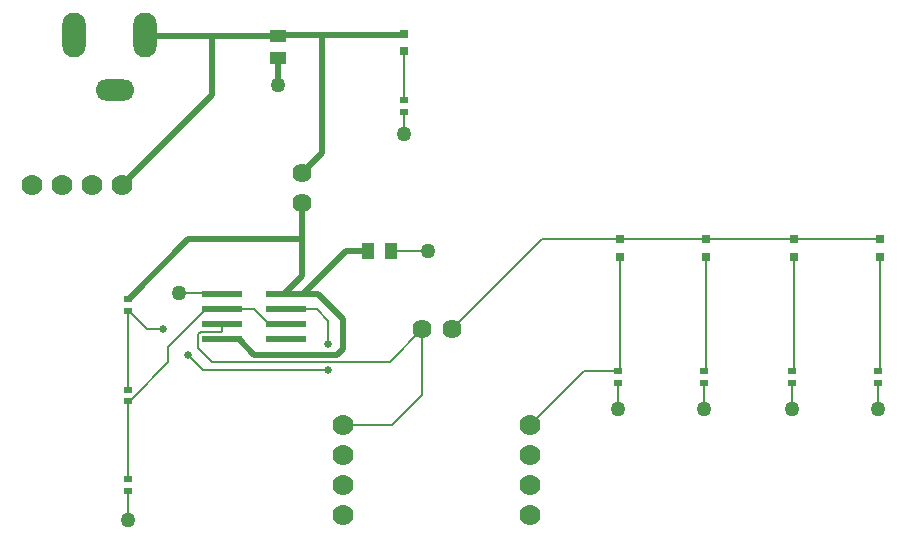
<source format=gtl>
G04*
G04 #@! TF.GenerationSoftware,Altium Limited,Altium Designer,21.6.4 (81)*
G04*
G04 Layer_Physical_Order=1*
G04 Layer_Color=255*
%FSLAX25Y25*%
%MOIN*%
G70*
G04*
G04 #@! TF.SameCoordinates,4A56815A-3FA2-45B3-BCD2-B1825AC70E21*
G04*
G04*
G04 #@! TF.FilePolarity,Positive*
G04*
G01*
G75*
%ADD12C,0.02000*%
%ADD14C,0.00600*%
%ADD19R,0.02756X0.02362*%
%ADD20R,0.13386X0.02362*%
%ADD21R,0.03150X0.03150*%
%ADD22R,0.03937X0.05709*%
%ADD23R,0.05709X0.03937*%
%ADD33C,0.06378*%
%ADD34O,0.12992X0.07087*%
%ADD35O,0.07874X0.14961*%
%ADD36C,0.07000*%
%ADD37C,0.05000*%
%ADD38C,0.02500*%
D12*
X90882Y69595D02*
X95976Y64500D01*
X123500D01*
X85370Y69595D02*
X90882D01*
X106224Y85000D02*
X112000Y90776D01*
X145512Y170965D02*
X146000Y171453D01*
X118524Y170965D02*
X145512D01*
X112142Y84595D02*
X117405D01*
X106630D02*
X112142D01*
X123500Y64500D02*
X125500Y66500D01*
Y76500D01*
X117405Y84595D02*
X125500Y76500D01*
X126642Y99094D02*
X134060D01*
X106224Y85000D02*
X106630Y84595D01*
X112142D02*
X126642Y99094D01*
X112000Y90776D02*
Y102935D01*
Y115094D01*
X104130Y170965D02*
X118524D01*
X81941Y151035D02*
Y170835D01*
X104000D01*
X112000Y125094D02*
X118524Y131618D01*
Y170965D01*
X52000Y121095D02*
X81941Y151035D01*
X74100Y102935D02*
X112000D01*
X54000Y83031D02*
X54197D01*
X74100Y102935D01*
X59882Y170835D02*
X81941D01*
X104000D02*
X104130Y170965D01*
X104000Y154500D02*
Y163354D01*
X59622Y171095D02*
X59882Y170835D01*
D14*
X146000Y149469D02*
Y165547D01*
Y138000D02*
Y145531D01*
X85370Y79594D02*
X96118D01*
X101118Y74594D01*
X106630D01*
X141200Y62200D02*
X152000Y73000D01*
X81800Y62200D02*
X141200D01*
X77377Y66623D02*
X81800Y62200D01*
X79000Y59500D02*
X120500D01*
Y68000D02*
X120752Y68252D01*
Y75748D01*
X73637Y64136D02*
X74000Y64500D01*
X116905Y79594D02*
X120752Y75748D01*
X106630Y79594D02*
X116905D01*
X304000Y54632D02*
X304400Y55032D01*
X304000Y46500D02*
Y54632D01*
X304500Y59569D02*
Y97000D01*
X303900Y58969D02*
X304500Y59569D01*
X304453Y102953D02*
X304500Y102905D01*
X141540Y99094D02*
X141635Y99000D01*
X154000D01*
X74000Y64500D02*
X79000Y59500D01*
X77377Y66623D02*
Y71314D01*
X84932Y72076D02*
X85370Y72513D01*
Y74594D01*
X54000Y23063D02*
Y48910D01*
Y52847D02*
Y79094D01*
Y48910D02*
X54881Y49791D01*
X55342D01*
X67447Y61897D01*
X78139Y72076D02*
X84932D01*
X77377Y71314D02*
X78139Y72076D01*
X67447Y61897D02*
Y67183D01*
X125500Y41000D02*
X141905D01*
X152000Y51095D01*
X54000Y79094D02*
X54197D01*
X84965Y85000D02*
X85370Y84595D01*
X71000Y85000D02*
X84965D01*
X79858Y79594D02*
X85370D01*
X54197Y79094D02*
X60291Y73000D01*
X67447Y67183D02*
X79858Y79594D01*
X60291Y73000D02*
X65500D01*
X54000Y9500D02*
Y19126D01*
X245900Y46400D02*
Y54931D01*
X217300Y46400D02*
Y54931D01*
X275400Y46400D02*
Y55032D01*
X245900Y96447D02*
X246500Y97047D01*
Y59569D02*
Y97047D01*
X276000Y59569D02*
Y97047D01*
X191905Y102905D02*
X218000D01*
X162000Y73000D02*
X191905Y102905D01*
X152000Y51095D02*
Y73000D01*
X276000Y102953D02*
X304453D01*
X205874Y58969D02*
X217400D01*
X188000Y41094D02*
X205874Y58969D01*
X218000Y102905D02*
X246453D01*
X246500Y102953D01*
X276000D01*
X245900Y54931D02*
X246000Y55032D01*
X275400Y58969D02*
X276000Y59569D01*
X245900Y58969D02*
X246500Y59569D01*
X217400Y58969D02*
X218000Y59569D01*
Y97000D01*
D19*
X146000Y149469D02*
D03*
Y145531D02*
D03*
X54000Y48910D02*
D03*
Y52847D02*
D03*
X303900Y55032D02*
D03*
Y58969D02*
D03*
X275400Y55032D02*
D03*
Y58969D02*
D03*
X245900Y55032D02*
D03*
Y58969D02*
D03*
X217400Y55032D02*
D03*
Y58969D02*
D03*
X54000Y79094D02*
D03*
Y83031D02*
D03*
Y19126D02*
D03*
Y23063D02*
D03*
D20*
X85370Y84595D02*
D03*
Y79594D02*
D03*
Y74594D02*
D03*
Y69595D02*
D03*
X106630D02*
D03*
Y74594D02*
D03*
Y79594D02*
D03*
Y84595D02*
D03*
D21*
X304500Y97000D02*
D03*
Y102905D02*
D03*
X276000Y97047D02*
D03*
Y102953D02*
D03*
X246500Y97047D02*
D03*
Y102953D02*
D03*
X218000Y97000D02*
D03*
Y102905D02*
D03*
X146000Y165547D02*
D03*
Y171453D02*
D03*
D22*
X134060Y99094D02*
D03*
X141540D02*
D03*
D23*
X104000Y163354D02*
D03*
Y170835D02*
D03*
D33*
X162000Y73000D02*
D03*
X152000D02*
D03*
X112000Y125094D02*
D03*
Y115094D02*
D03*
D34*
X49779Y152787D02*
D03*
D35*
X36000Y171095D02*
D03*
X59622D02*
D03*
D36*
X188000Y31095D02*
D03*
Y41094D02*
D03*
Y11095D02*
D03*
Y21094D02*
D03*
X125500Y31000D02*
D03*
Y41000D02*
D03*
Y11000D02*
D03*
Y21000D02*
D03*
X42000Y121095D02*
D03*
X52000D02*
D03*
X22000D02*
D03*
X32000D02*
D03*
D37*
X146000Y138000D02*
D03*
X245900Y46400D02*
D03*
X275400D02*
D03*
X71000Y85000D02*
D03*
X217300Y46400D02*
D03*
X104000Y154500D02*
D03*
X304000Y46500D02*
D03*
X54000Y9500D02*
D03*
X154000Y99000D02*
D03*
D38*
X120500Y59500D02*
D03*
Y68000D02*
D03*
X74000Y64500D02*
D03*
X65500Y73000D02*
D03*
M02*

</source>
